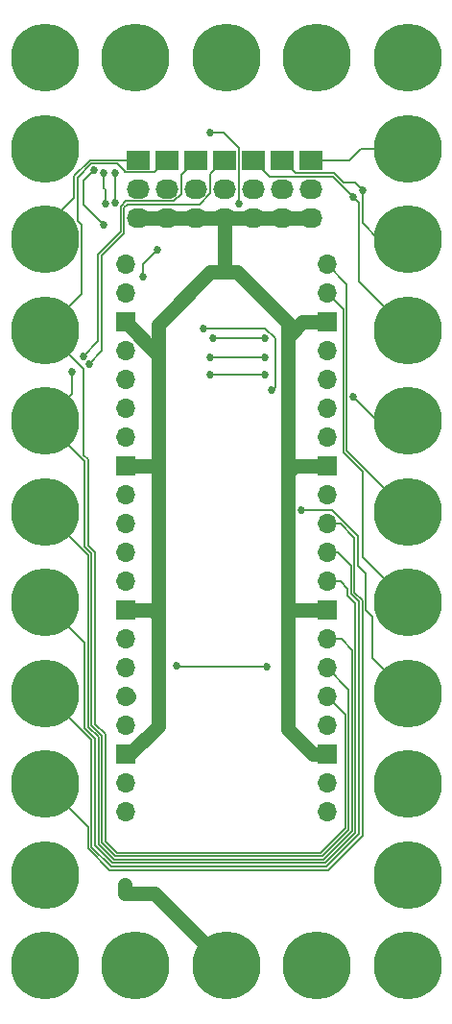
<source format=gbl>
G04 #@! TF.GenerationSoftware,KiCad,Pcbnew,(5.1.8)-1*
G04 #@! TF.CreationDate,2021-04-30T18:53:21-04:00*
G04 #@! TF.ProjectId,5x11-Raspi-Pico-Robot-Version,35783131-2d52-4617-9370-692d5069636f,v1.6*
G04 #@! TF.SameCoordinates,Original*
G04 #@! TF.FileFunction,Copper,L2,Bot*
G04 #@! TF.FilePolarity,Positive*
%FSLAX46Y46*%
G04 Gerber Fmt 4.6, Leading zero omitted, Abs format (unit mm)*
G04 Created by KiCad (PCBNEW (5.1.8)-1) date 2021-04-30 18:53:21*
%MOMM*%
%LPD*%
G01*
G04 APERTURE LIST*
G04 #@! TA.AperFunction,ComponentPad*
%ADD10R,2.032000X1.727200*%
G04 #@! TD*
G04 #@! TA.AperFunction,ComponentPad*
%ADD11O,2.032000X1.727200*%
G04 #@! TD*
G04 #@! TA.AperFunction,ComponentPad*
%ADD12O,1.700000X1.700000*%
G04 #@! TD*
G04 #@! TA.AperFunction,ComponentPad*
%ADD13R,1.700000X1.700000*%
G04 #@! TD*
G04 #@! TA.AperFunction,ComponentPad*
%ADD14C,6.000000*%
G04 #@! TD*
G04 #@! TA.AperFunction,ViaPad*
%ADD15C,0.685800*%
G04 #@! TD*
G04 #@! TA.AperFunction,Conductor*
%ADD16C,1.270000*%
G04 #@! TD*
G04 #@! TA.AperFunction,Conductor*
%ADD17C,0.152400*%
G04 #@! TD*
G04 APERTURE END LIST*
D10*
X19050000Y-83820000D03*
D11*
X19050000Y-86360000D03*
X19050000Y-88900000D03*
D10*
X11430000Y-83820000D03*
D11*
X11430000Y-86360000D03*
X11430000Y-88900000D03*
D10*
X24130000Y-83820000D03*
D11*
X24130000Y-86360000D03*
X24130000Y-88900000D03*
D10*
X21590000Y-83820000D03*
D11*
X21590000Y-86360000D03*
X21590000Y-88900000D03*
D10*
X13970000Y-83820000D03*
D11*
X13970000Y-86360000D03*
X13970000Y-88900000D03*
D10*
X16510000Y-83820000D03*
D11*
X16510000Y-86360000D03*
X16510000Y-88900000D03*
D12*
X28067000Y-141296251D03*
X28067000Y-138756251D03*
D13*
X28067000Y-136216251D03*
D12*
X28067000Y-133676251D03*
X28067000Y-131136251D03*
X28067000Y-128596251D03*
X28067000Y-126056251D03*
D13*
X28067000Y-123516251D03*
D12*
X28067000Y-120976251D03*
X28067000Y-118436251D03*
X28067000Y-115896251D03*
X28067000Y-113356251D03*
D13*
X28067000Y-110816251D03*
D12*
X28067000Y-108276251D03*
X28067000Y-105736251D03*
X28067000Y-103196251D03*
X28067000Y-100656251D03*
D13*
X28067000Y-98116251D03*
D12*
X28067000Y-95576251D03*
X28067000Y-93036251D03*
X10287000Y-93036251D03*
X10287000Y-95576251D03*
D13*
X10287000Y-98116251D03*
D12*
X10287000Y-100656251D03*
X10287000Y-103196251D03*
X10287000Y-105736251D03*
X10287000Y-108276251D03*
D13*
X10287000Y-110816251D03*
D12*
X10287000Y-113356251D03*
X10287000Y-115896251D03*
X10287000Y-118436251D03*
X10287000Y-120976251D03*
D13*
X10287000Y-123516251D03*
D12*
X10287000Y-126056251D03*
X10287000Y-128596251D03*
X10287000Y-131136251D03*
X10287000Y-133676251D03*
D13*
X10287000Y-136216251D03*
D12*
X10287000Y-138756251D03*
X10287000Y-141296251D03*
D11*
X26670000Y-88900000D03*
X26670000Y-86360000D03*
D10*
X26670000Y-83820000D03*
D14*
X3176000Y-130825001D03*
X35175000Y-90825001D03*
X3176000Y-122825001D03*
X27175000Y-154825001D03*
X3175000Y-98825001D03*
X35175000Y-122825001D03*
X3175000Y-114825001D03*
X35175000Y-82825001D03*
X3175000Y-82825001D03*
X35175000Y-74825001D03*
X11175000Y-154825001D03*
X3176000Y-146825001D03*
X3176000Y-106825001D03*
X19175000Y-74825001D03*
X3175000Y-90825001D03*
X35175000Y-154825001D03*
X27175000Y-74825001D03*
X35175000Y-146825001D03*
X35175000Y-106825001D03*
X35175000Y-138825001D03*
X3176000Y-138825001D03*
X35175000Y-130825001D03*
X35175000Y-114825001D03*
X3176000Y-154825001D03*
X19175000Y-154825001D03*
X35175000Y-98825001D03*
X11175000Y-74825001D03*
X3176000Y-74825001D03*
D15*
X10200000Y-147700000D03*
X10200000Y-148500000D03*
X17800000Y-81400000D03*
X20300000Y-87700000D03*
X13100000Y-91700000D03*
X11800000Y-94100000D03*
X7069700Y-101800000D03*
X17800000Y-101200000D03*
X22600000Y-101200000D03*
X31200000Y-86500000D03*
X17800000Y-102700000D03*
X22600000Y-102700000D03*
X8500000Y-87700000D03*
X8400000Y-85000000D03*
X6600000Y-101100000D03*
X5600000Y-102500000D03*
X9400000Y-87600000D03*
X9400000Y-85000000D03*
X17200000Y-98654178D03*
X23200000Y-104100000D03*
X30371500Y-104700000D03*
X18000000Y-99500000D03*
X22600000Y-99500000D03*
X30350000Y-87050000D03*
X8380355Y-89519645D03*
X7521490Y-84717800D03*
X25800000Y-114700000D03*
X22800000Y-128500000D03*
X14800000Y-128400000D03*
D16*
X28067000Y-98116251D02*
X25883749Y-98116251D01*
X25883749Y-98116251D02*
X24600000Y-99400000D01*
X26816251Y-136216251D02*
X28067000Y-136216251D01*
X24600000Y-134000000D02*
X26816251Y-136216251D01*
X24683749Y-123516251D02*
X24600000Y-123600000D01*
X28067000Y-123516251D02*
X24683749Y-123516251D01*
X24600000Y-123600000D02*
X24600000Y-134000000D01*
X25183749Y-110816251D02*
X24600000Y-111400000D01*
X28067000Y-110816251D02*
X25183749Y-110816251D01*
X24600000Y-111400000D02*
X24600000Y-123600000D01*
X24600000Y-99400000D02*
X24600000Y-111400000D01*
X10287000Y-136216251D02*
X10683749Y-136216251D01*
X10683749Y-136216251D02*
X13200000Y-133700000D01*
X13200000Y-101029251D02*
X10287000Y-98116251D01*
X13116251Y-110816251D02*
X13200000Y-110900000D01*
X10287000Y-110816251D02*
X13116251Y-110816251D01*
X13200000Y-110900000D02*
X13200000Y-101029251D01*
X12716251Y-123516251D02*
X13200000Y-124000000D01*
X10287000Y-123516251D02*
X12716251Y-123516251D01*
X13200000Y-124000000D02*
X13200000Y-110900000D01*
X13200000Y-133700000D02*
X13200000Y-124000000D01*
X13200000Y-101029251D02*
X13200000Y-98300000D01*
X13200000Y-98300000D02*
X17780000Y-93720000D01*
X24600000Y-99400000D02*
X24600000Y-98200000D01*
X24600000Y-98200000D02*
X20120000Y-93720000D01*
X19050000Y-93450000D02*
X19320000Y-93720000D01*
X19050000Y-88900000D02*
X19050000Y-93450000D01*
X19320000Y-93720000D02*
X20120000Y-93720000D01*
X17780000Y-93720000D02*
X19320000Y-93720000D01*
X26670000Y-88900000D02*
X11430000Y-88900000D01*
X10536802Y-131136251D02*
X10287000Y-131136251D01*
X19175000Y-154825001D02*
X12849999Y-148500000D01*
X12849999Y-148500000D02*
X10200000Y-148500000D01*
X10200000Y-148500000D02*
X10200000Y-147700000D01*
D17*
X20300000Y-82778918D02*
X20300000Y-87700000D01*
X18921082Y-81400000D02*
X20300000Y-82778918D01*
X17800000Y-81400000D02*
X18921082Y-81400000D01*
X11800000Y-93000000D02*
X11800000Y-94100000D01*
X13100000Y-91700000D02*
X11800000Y-93000000D01*
X7004809Y-110222744D02*
X6600000Y-109817935D01*
X6600000Y-109817935D02*
X6600000Y-102250001D01*
X7614428Y-133521230D02*
X7614428Y-118402297D01*
X8524047Y-134430849D02*
X7614428Y-133521230D01*
X8524047Y-143861915D02*
X8524047Y-134430849D01*
X6600000Y-102250001D02*
X3175000Y-98825001D01*
X9533272Y-144871140D02*
X8524047Y-143861915D01*
X27542464Y-144871140D02*
X9533272Y-144871140D01*
X29671140Y-142742464D02*
X27542464Y-144871140D01*
X7614428Y-118402297D02*
X7004810Y-117792679D01*
X29671140Y-132740391D02*
X29671140Y-142742464D01*
X7004810Y-117792679D02*
X7004809Y-110222744D01*
X28067000Y-131136251D02*
X29671140Y-132740391D01*
X13970000Y-83820000D02*
X12877799Y-84912201D01*
X6403601Y-95596399D02*
X6300000Y-95700000D01*
X6300000Y-95700000D02*
X3175000Y-98825001D01*
X10212201Y-84812201D02*
X9524810Y-84124810D01*
X10212201Y-84912201D02*
X10212201Y-84812201D01*
X12877799Y-84912201D02*
X10212201Y-84912201D01*
X9524810Y-84124810D02*
X7306256Y-84124810D01*
X7306256Y-84124810D02*
X6054810Y-85376256D01*
X6054810Y-89154810D02*
X6403601Y-89503601D01*
X6054810Y-85376256D02*
X6054810Y-89154810D01*
X6403601Y-89503601D02*
X6403601Y-95596399D01*
X28067000Y-126056251D02*
X29337011Y-126056251D01*
X29337011Y-126056251D02*
X30280760Y-127000000D01*
X30280760Y-127000000D02*
X30280760Y-142994976D01*
X30280760Y-142994976D02*
X27794976Y-145480760D01*
X27794976Y-145480760D02*
X9280760Y-145480760D01*
X9280760Y-145480760D02*
X7914430Y-144114430D01*
X7914430Y-144114430D02*
X7914429Y-134683363D01*
X7914429Y-134683363D02*
X7004810Y-133773744D01*
X7004810Y-118654811D02*
X3175000Y-114825001D01*
X7004810Y-133773744D02*
X7004810Y-118654811D01*
X8204810Y-100664890D02*
X7069700Y-101800000D01*
X8204810Y-92265970D02*
X8204810Y-100664890D01*
X10185390Y-90285390D02*
X8204810Y-92265970D01*
X10185390Y-88045676D02*
X10185390Y-90285390D01*
X16809998Y-87757020D02*
X10474046Y-87757020D01*
X10474046Y-87757020D02*
X10185390Y-88045676D01*
X17805390Y-85064610D02*
X17805390Y-86761628D01*
X17805390Y-86761628D02*
X16809998Y-87757020D01*
X19050000Y-83820000D02*
X17805390Y-85064610D01*
X7609620Y-134809620D02*
X6700000Y-133900000D01*
X7609620Y-144247488D02*
X7609620Y-134809620D01*
X6700000Y-126349001D02*
X3176000Y-122825001D01*
X6700000Y-133900000D02*
X6700000Y-126349001D01*
X9147702Y-145785570D02*
X7609620Y-144247488D01*
X30585570Y-143121232D02*
X27921232Y-145785570D01*
X30585570Y-122896599D02*
X30585570Y-143121232D01*
X29885570Y-122196599D02*
X30585570Y-122896599D01*
X29885570Y-121592740D02*
X29885570Y-122196599D01*
X29269081Y-120976251D02*
X29885570Y-121592740D01*
X27921232Y-145785570D02*
X9147702Y-145785570D01*
X28067000Y-120976251D02*
X29269081Y-120976251D01*
X17800000Y-101200000D02*
X22600000Y-101200000D01*
X32625001Y-90825001D02*
X31204810Y-89404810D01*
X35175000Y-90825001D02*
X32625001Y-90825001D01*
X25272980Y-84962980D02*
X24130000Y-83820000D01*
X28694046Y-84962980D02*
X25272980Y-84962980D01*
X30534467Y-85834467D02*
X31200000Y-86500000D01*
X29565533Y-85834467D02*
X30534467Y-85834467D01*
X29565533Y-85834467D02*
X28694046Y-84962980D01*
X31204809Y-86504809D02*
X31204809Y-87904809D01*
X31200000Y-86500000D02*
X31204809Y-86504809D01*
X31204809Y-87904809D02*
X31204809Y-87473743D01*
X31204810Y-89404810D02*
X31204809Y-87904809D01*
X17800000Y-102700000D02*
X22600000Y-102700000D01*
X35175000Y-82825001D02*
X31074999Y-82825001D01*
X30080000Y-83820000D02*
X26670000Y-83820000D01*
X31074999Y-82825001D02*
X30080000Y-83820000D01*
X7304810Y-134953811D02*
X3176000Y-130825001D01*
X7304810Y-144373744D02*
X7304810Y-134953811D01*
X9021446Y-146090380D02*
X7304810Y-144373744D01*
X28047488Y-146090380D02*
X9021446Y-146090380D01*
X30890380Y-143247488D02*
X28047488Y-146090380D01*
X30890380Y-122752512D02*
X30890380Y-143247488D01*
X30190382Y-122052514D02*
X30890380Y-122752512D01*
X30190382Y-121290382D02*
X30190382Y-122052514D01*
X30190380Y-119590380D02*
X30190380Y-121290380D01*
X29036251Y-118436251D02*
X30190380Y-119590380D01*
X30190380Y-121290380D02*
X30190382Y-121290382D01*
X28067000Y-118436251D02*
X29036251Y-118436251D01*
X31200000Y-118850001D02*
X35175000Y-122825001D01*
X31200000Y-111281067D02*
X31200000Y-118850001D01*
X29495191Y-109576258D02*
X31200000Y-111281067D01*
X29495190Y-97004441D02*
X29495191Y-109576258D01*
X28067000Y-95576251D02*
X29495190Y-97004441D01*
X8500000Y-87700000D02*
X8500000Y-86425026D01*
X8400000Y-86325026D02*
X8500000Y-86425026D01*
X8400000Y-85000000D02*
X8400000Y-86325026D01*
X6700000Y-110349001D02*
X3176000Y-106825001D01*
X7309619Y-118528554D02*
X6700000Y-117918935D01*
X7309620Y-133647488D02*
X7309619Y-118528554D01*
X8219238Y-134557106D02*
X7309620Y-133647488D01*
X8219239Y-143988173D02*
X8219238Y-134557106D01*
X27668720Y-145175950D02*
X9407016Y-145175950D01*
X6700000Y-117918935D02*
X6700000Y-110349001D01*
X9407016Y-145175950D02*
X8219239Y-143988173D01*
X29975950Y-142868720D02*
X27668720Y-145175950D01*
X29975950Y-130505201D02*
X29975950Y-142868720D01*
X28067000Y-128596251D02*
X29975950Y-130505201D01*
X5600000Y-104401001D02*
X3176000Y-106825001D01*
X5600000Y-102500000D02*
X5600000Y-104401001D01*
X7900000Y-92139714D02*
X7900000Y-99800000D01*
X9880580Y-90159134D02*
X7900000Y-92139714D01*
X9880580Y-87919420D02*
X9880580Y-90159134D01*
X14574808Y-87452210D02*
X10347790Y-87452210D01*
X15214610Y-86812408D02*
X14574808Y-87452210D01*
X7900000Y-99800000D02*
X6600000Y-101100000D01*
X15214610Y-85115390D02*
X15214610Y-86812408D01*
X10347790Y-87452210D02*
X9880580Y-87919420D01*
X16510000Y-83820000D02*
X15214610Y-85115390D01*
X3175000Y-89725000D02*
X3175000Y-90825001D01*
X5750000Y-87150000D02*
X3175000Y-89725000D01*
X7180000Y-83820000D02*
X5750000Y-85250000D01*
X5750000Y-85250000D02*
X5750000Y-87150000D01*
X11430000Y-83820000D02*
X7180000Y-83820000D01*
X9400000Y-87600000D02*
X9400000Y-85000000D01*
X22600000Y-98654178D02*
X23500000Y-99554178D01*
X17200000Y-98654178D02*
X22600000Y-98654178D01*
X23500000Y-103800000D02*
X23200000Y-104100000D01*
X23500000Y-99554178D02*
X23500000Y-103800000D01*
X32496501Y-106825001D02*
X35175000Y-106825001D01*
X30371500Y-104700000D02*
X32496501Y-106825001D01*
X7000000Y-142649001D02*
X3176000Y-138825001D01*
X7000000Y-144500000D02*
X7000000Y-142649001D01*
X8895190Y-146395190D02*
X7000000Y-144500000D01*
X31195190Y-143373744D02*
X28173744Y-146395190D01*
X30495191Y-121926257D02*
X31195190Y-122626256D01*
X28173744Y-146395190D02*
X8895190Y-146395190D01*
X30495190Y-117100000D02*
X30495191Y-121926257D01*
X31195190Y-122626256D02*
X31195190Y-143373744D01*
X29291441Y-115896251D02*
X30495190Y-117100000D01*
X28067000Y-115896251D02*
X29291441Y-115896251D01*
X29800000Y-94769251D02*
X29800000Y-109450001D01*
X29800000Y-109450001D02*
X35175000Y-114825001D01*
X28067000Y-93036251D02*
X29800000Y-94769251D01*
X18000000Y-99500000D02*
X22600000Y-99500000D01*
X35175000Y-98825001D02*
X30900000Y-94550001D01*
X30900000Y-94550001D02*
X30900000Y-87600000D01*
X23037790Y-85267790D02*
X21590000Y-83820000D01*
X28567790Y-85267790D02*
X23037790Y-85267790D01*
X30350000Y-87050000D02*
X28567790Y-85267790D01*
X30900000Y-87600000D02*
X30350000Y-87050000D01*
X6626310Y-87765600D02*
X6626310Y-85612980D01*
X8380355Y-89519645D02*
X6626310Y-87765600D01*
X6626310Y-85612980D02*
X7521490Y-84717800D01*
X35175000Y-130825001D02*
X32100000Y-127750001D01*
X30799999Y-116973743D02*
X28526256Y-114700000D01*
X30799999Y-119599999D02*
X30799999Y-116973743D01*
X31500000Y-120300000D02*
X30799999Y-119599999D01*
X31500000Y-123500000D02*
X31500000Y-120300000D01*
X32100000Y-124100000D02*
X31500000Y-123500000D01*
X32100000Y-127750001D02*
X32100000Y-124100000D01*
X28526256Y-114700000D02*
X25800000Y-114700000D01*
X14900000Y-128500000D02*
X14800000Y-128400000D01*
X22800000Y-128500000D02*
X14900000Y-128500000D01*
M02*

</source>
